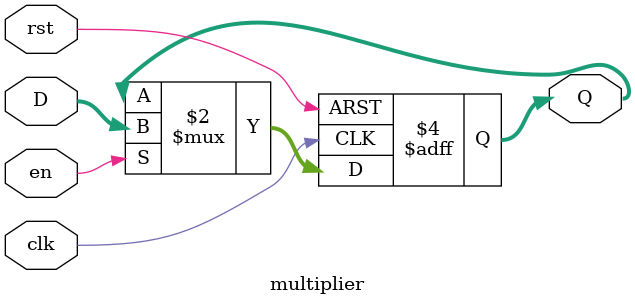
<source format=sv>
/*
Multiplier parametrizable para N bits
MODIFICAR
*/
module multiplier
	 # (parameter N = 32)
	   (clk, rst, en, D, Q);
		

	input  logic  	     clk;
	input  logic  	     rst;
	input  logic		  en;
	input  logic [N-1:0]   D;
	output logic [N-1:0]   Q;
	

	always_ff @ (negedge clk or posedge rst) begin
		
		if (rst)
			Q <= 0;

		else if (en)
			Q <= D;
		
	end
	

endmodule

</source>
